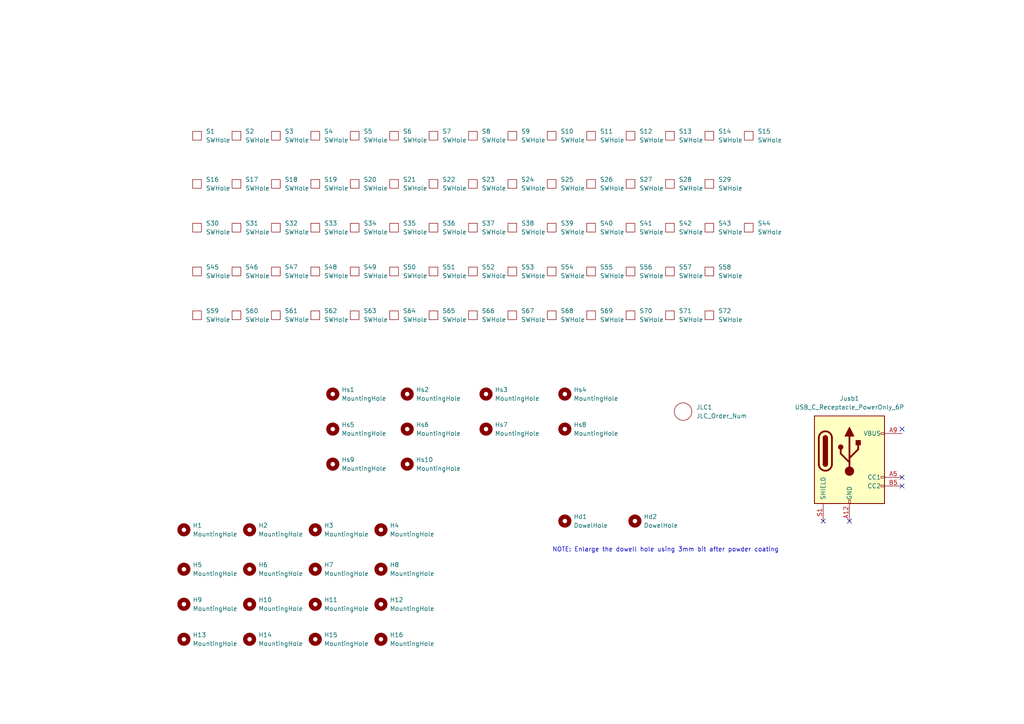
<source format=kicad_sch>
(kicad_sch (version 20250114) (generator "eeschema") (generator_version "9.0")
  (paper "A4")
  (lib_symbols
    (symbol "Connector:USB_C_Receptacle_PowerOnly_6P" (pin_names (offset 1.016))
      (property "Reference" "J" (at 0 16.51 0))
      (property "Value" "USB_C_Receptacle_PowerOnly_6P" (at 0 13.97 0))
      (symbol "USB_C_Receptacle_PowerOnly_6P_0_0"
        (rectangle (start -0.254 -12.7) (end 0.254 -11.684))
        (rectangle (start 10.16 7.874) (end 9.144 7.366))
        (rectangle (start 10.16 -4.826) (end 9.144 -5.334))
        (rectangle (start 10.16 -7.366) (end 9.144 -7.874))
      )
      (symbol "USB_C_Receptacle_PowerOnly_6P_0_1"
        (rectangle (start -10.16 12.7) (end 10.16 -12.7) (stroke (width 0.254)) (fill (type background)))
        (polyline (pts (xy -8.89 -1.27) (xy -8.89 6.35)) (stroke (width 0.508)))
        (rectangle (start -7.62 -1.27) (end -6.35 6.35) (stroke (width 0.254)) (fill (type outline)))
        (arc (start -7.62 6.35) (mid -6.985 6.9823) (end -6.35 6.35) (stroke (width 0.254)))
        (arc (start -7.62 6.35) (mid -6.985 6.9823) (end -6.35 6.35) (stroke (width 0.254)) (fill (type outline)))
        (arc (start -8.89 6.35) (mid -6.985 8.2467) (end -5.08 6.35) (stroke (width 0.508)))
        (arc (start -5.08 -1.27) (mid -6.985 -3.1667) (end -8.89 -1.27) (stroke (width 0.508)))
        (arc (start -6.35 -1.27) (mid -6.985 -1.9023) (end -7.62 -1.27) (stroke (width 0.254)))
        (arc (start -6.35 -1.27) (mid -6.985 -1.9023) (end -7.62 -1.27) (stroke (width 0.254)) (fill (type outline)))
        (polyline (pts (xy -5.08 6.35) (xy -5.08 -1.27)) (stroke (width 0.508)))
        (circle (center -2.54 3.683) (radius 0.635) (stroke (width 0.254)) (fill (type outline)))
        (polyline (pts (xy -1.27 6.858) (xy 0 9.398) (xy 1.27 6.858) (xy -1.27 6.858)) (stroke (width 0.254)) (fill (type outline)))
        (polyline (pts (xy 0 0.508) (xy 2.54 3.048) (xy 2.54 4.318)) (stroke (width 0.508)))
        (polyline (pts (xy 0 -0.762) (xy -2.54 1.778) (xy -2.54 3.048)) (stroke (width 0.508)))
        (polyline (pts (xy 0 -3.302) (xy 0 6.858)) (stroke (width 0.508)))
        (circle (center 0 -3.302) (radius 1.27) (fill (type outline)))
        (rectangle (start 1.905 4.318) (end 3.175 5.588) (stroke (width 0.254)) (fill (type outline)))
      )
      (symbol "USB_C_Receptacle_PowerOnly_6P_1_1"
        (pin passive line (at -7.62 -17.78 90) (length 5.08) (name "SHIELD") (number "S1"))
        (pin passive line (at 0 -17.78 90) (length 5.08) (name "GND") (number "A12"))
        (pin passive line (at 0 -17.78 90) (length 5.08) (hide yes) (name "GND") (number "B12"))
        (pin passive line (at 15.24 7.62 180) (length 5.08) (name "VBUS") (number "A9"))
        (pin passive line (at 15.24 7.62 180) (length 5.08) (hide yes) (name "VBUS") (number "B9"))
        (pin bidirectional line (at 15.24 -5.08 180) (length 5.08) (name "CC1") (number "A5"))
        (pin bidirectional line (at 15.24 -7.62 180) (length 5.08) (name "CC2") (number "B5"))
      )
    )
    (symbol "Mechanical:MountingHole" (pin_names (offset 1.016)) (in_bom no)
      (property "Reference" "H" (at 0 5.08 0))
      (property "Value" "MountingHole" (at 0 3.175 0))
      (symbol "MountingHole_0_1"
        (circle (center 0 0) (radius 1.27) (stroke (width 1.27)))
      )
    )
    (symbol "tmr-lib:JLC_Order_Num"
      (property "Reference" "JLC" (at 0 0 0))
      (property "Value" "JLC_Order_Num" (at 0 0 0))
      (symbol "JLC_Order_Num_0_1"
        (circle (center 0 0) (radius 2.54) (stroke (width 0.1524)))
      )
    )
    (symbol "tmr-lib:SWHole"
      (property "Reference" "S" (at 0 2.54 0))
      (property "Value" "SWHole" (at 0 -2.54 0))
      (symbol "SWHole_0_1"
        (rectangle (start -1.27 1.27) (end 1.27 -1.27) (stroke (width 0.1524)))
      )
    )
  )
  (text "NOTE: Enlarge the dowell hole using 3mm bit after powder coating" (at 193.04 159.512 0) (effects (font (size 1.27 1.27))))
  (no_connect (at 261.62 138.43))
  (no_connect (at 238.76 151.13))
  (no_connect (at 261.62 124.46))
  (no_connect (at 261.62 140.97))
  (no_connect (at 246.38 151.13))
  (symbol (lib_id "tmr-lib:SWHole") (at 125.73 53.34 0) (unit 1)
    (property "Reference" "S22" (at 128.27 52.0699 0) (effects (justify left)))
    (property "Value" "SWHole" (at 128.27 54.6099 0) (effects (justify left)))
    (property "Footprint" "tmr-lib:Switch_Cutout_powdercoat" (effects (hide yes)))
  )
  (symbol (lib_id "tmr-lib:SWHole") (at 148.59 66.04 0) (unit 1)
    (property "Reference" "S38" (at 151.13 64.7699 0) (effects (justify left)))
    (property "Value" "SWHole" (at 151.13 67.3099 0) (effects (justify left)))
    (property "Footprint" "tmr-lib:Switch_Cutout_powdercoat" (effects (hide yes)))
  )
  (symbol (lib_id "Mechanical:MountingHole") (at 110.49 165.1 0) (unit 1) (in_bom no)
    (property "Reference" "H8" (at 113.03 163.8299 0) (effects (justify left)))
    (property "Value" "MountingHole" (at 113.03 166.3699 0) (effects (justify left)))
    (property "Footprint" "tmr-lib:MountingHole_2.7mm_M2.5" (effects (hide yes)))
    (property "Description" "Mounting Hole without connection" (effects (hide yes)))
  )
  (symbol (lib_id "tmr-lib:SWHole") (at 68.58 91.44 0) (unit 1)
    (property "Reference" "S60" (at 71.12 90.1699 0) (effects (justify left)))
    (property "Value" "SWHole" (at 71.12 92.7099 0) (effects (justify left)))
    (property "Footprint" "tmr-lib:Switch_Cutout_1.25u_powdercoat" (effects (hide yes)))
  )
  (symbol (lib_id "tmr-lib:SWHole") (at 137.16 66.04 0) (unit 1)
    (property "Reference" "S37" (at 139.7 64.7699 0) (effects (justify left)))
    (property "Value" "SWHole" (at 139.7 67.3099 0) (effects (justify left)))
    (property "Footprint" "tmr-lib:Switch_Cutout_powdercoat" (effects (hide yes)))
  )
  (symbol (lib_id "Mechanical:MountingHole") (at 118.11 124.46 0) (unit 1) (in_bom no)
    (property "Reference" "Hs6" (at 120.65 123.1899 0) (effects (justify left)))
    (property "Value" "MountingHole" (at 120.65 125.7299 0) (effects (justify left)))
    (property "Footprint" "tmr-lib:MountingHole_1.7mm_M1.6_NoPad" (effects (hide yes)))
    (property "Description" "Mounting Hole without connection" (effects (hide yes)))
  )
  (symbol (lib_id "tmr-lib:SWHole") (at 205.74 78.74 0) (unit 1)
    (property "Reference" "S58" (at 208.28 77.4699 0) (effects (justify left)))
    (property "Value" "SWHole" (at 208.28 80.0099 0) (effects (justify left)))
    (property "Footprint" "tmr-lib:Switch_Cutout_powdercoat" (effects (hide yes)))
  )
  (symbol (lib_id "Mechanical:MountingHole") (at 72.39 153.67 0) (unit 1) (in_bom no)
    (property "Reference" "H2" (at 74.93 152.3999 0) (effects (justify left)))
    (property "Value" "MountingHole" (at 74.93 154.9399 0) (effects (justify left)))
    (property "Footprint" "tmr-lib:MountingHole_2.7mm_M2.5" (effects (hide yes)))
    (property "Description" "Mounting Hole without connection" (effects (hide yes)))
  )
  (symbol (lib_id "tmr-lib:SWHole") (at 102.87 53.34 0) (unit 1)
    (property "Reference" "S20" (at 105.41 52.0699 0) (effects (justify left)))
    (property "Value" "SWHole" (at 105.41 54.6099 0) (effects (justify left)))
    (property "Footprint" "tmr-lib:Switch_Cutout_powdercoat" (effects (hide yes)))
  )
  (symbol (lib_id "tmr-lib:SWHole") (at 114.3 78.74 0) (unit 1)
    (property "Reference" "S50" (at 116.84 77.4699 0) (effects (justify left)))
    (property "Value" "SWHole" (at 116.84 80.0099 0) (effects (justify left)))
    (property "Footprint" "tmr-lib:Switch_Cutout_powdercoat" (effects (hide yes)))
  )
  (symbol (lib_id "tmr-lib:SWHole") (at 114.3 91.44 0) (unit 1)
    (property "Reference" "S64" (at 116.84 90.1699 0) (effects (justify left)))
    (property "Value" "SWHole" (at 116.84 92.7099 0) (effects (justify left)))
    (property "Footprint" "tmr-lib:Switch_Cutout_2u_powdercoat" (effects (hide yes)))
  )
  (symbol (lib_id "tmr-lib:SWHole") (at 80.01 78.74 0) (unit 1)
    (property "Reference" "S47" (at 82.55 77.4699 0) (effects (justify left)))
    (property "Value" "SWHole" (at 82.55 80.0099 0) (effects (justify left)))
    (property "Footprint" "tmr-lib:Switch_Cutout_powdercoat" (effects (hide yes)))
  )
  (symbol (lib_id "tmr-lib:SWHole") (at 114.3 39.37 0) (unit 1)
    (property "Reference" "S6" (at 116.84 38.0999 0) (effects (justify left)))
    (property "Value" "SWHole" (at 116.84 40.6399 0) (effects (justify left)))
    (property "Footprint" "tmr-lib:Switch_Cutout_powdercoat" (effects (hide yes)))
  )
  (symbol (lib_id "tmr-lib:SWHole") (at 68.58 53.34 0) (unit 1)
    (property "Reference" "S17" (at 71.12 52.0699 0) (effects (justify left)))
    (property "Value" "SWHole" (at 71.12 54.6099 0) (effects (justify left)))
    (property "Footprint" "tmr-lib:Switch_Cutout_powdercoat" (effects (hide yes)))
  )
  (symbol (lib_id "Mechanical:MountingHole") (at 53.34 175.26 0) (unit 1) (in_bom no)
    (property "Reference" "H9" (at 55.88 173.9899 0) (effects (justify left)))
    (property "Value" "MountingHole" (at 55.88 176.5299 0) (effects (justify left)))
    (property "Footprint" "tmr-lib:MountingHole_2.7mm_M2.5" (effects (hide yes)))
    (property "Description" "Mounting Hole without connection" (effects (hide yes)))
  )
  (symbol (lib_id "Mechanical:MountingHole") (at 163.83 124.46 0) (unit 1) (in_bom no)
    (property "Reference" "Hs8" (at 166.37 123.1899 0) (effects (justify left)))
    (property "Value" "MountingHole" (at 166.37 125.7299 0) (effects (justify left)))
    (property "Footprint" "tmr-lib:MountingHole_1.7mm_M1.6_NoPad" (effects (hide yes)))
    (property "Description" "Mounting Hole without connection" (effects (hide yes)))
  )
  (symbol (lib_id "Mechanical:MountingHole") (at 72.39 165.1 0) (unit 1) (in_bom no)
    (property "Reference" "H6" (at 74.93 163.8299 0) (effects (justify left)))
    (property "Value" "MountingHole" (at 74.93 166.3699 0) (effects (justify left)))
    (property "Footprint" "tmr-lib:MountingHole_2.7mm_M2.5" (effects (hide yes)))
    (property "Description" "Mounting Hole without connection" (effects (hide yes)))
  )
  (symbol (lib_id "tmr-lib:SWHole") (at 194.31 78.74 0) (unit 1)
    (property "Reference" "S57" (at 196.85 77.4699 0) (effects (justify left)))
    (property "Value" "SWHole" (at 196.85 80.0099 0) (effects (justify left)))
    (property "Footprint" "tmr-lib:Switch_Cutout_1.25u_powdercoat" (effects (hide yes)))
  )
  (symbol (lib_id "tmr-lib:SWHole") (at 194.31 53.34 0) (unit 1)
    (property "Reference" "S28" (at 196.85 52.0699 0) (effects (justify left)))
    (property "Value" "SWHole" (at 196.85 54.6099 0) (effects (justify left)))
    (property "Footprint" "tmr-lib:Switch_Cutout_powdercoat" (effects (hide yes)))
  )
  (symbol (lib_id "tmr-lib:SWHole") (at 194.31 66.04 0) (unit 1)
    (property "Reference" "S42" (at 196.85 64.7699 0) (effects (justify left)))
    (property "Value" "SWHole" (at 196.85 67.3099 0) (effects (justify left)))
    (property "Footprint" "tmr-lib:Switch_Cutout_powdercoat" (effects (hide yes)))
  )
  (symbol (lib_id "tmr-lib:SWHole") (at 68.58 66.04 0) (unit 1)
    (property "Reference" "S31" (at 71.12 64.7699 0) (effects (justify left)))
    (property "Value" "SWHole" (at 71.12 67.3099 0) (effects (justify left)))
    (property "Footprint" "tmr-lib:Switch_Cutout_powdercoat" (effects (hide yes)))
  )
  (symbol (lib_id "tmr-lib:SWHole") (at 102.87 66.04 0) (unit 1)
    (property "Reference" "S34" (at 105.41 64.7699 0) (effects (justify left)))
    (property "Value" "SWHole" (at 105.41 67.3099 0) (effects (justify left)))
    (property "Footprint" "tmr-lib:Switch_Cutout_powdercoat" (effects (hide yes)))
  )
  (symbol (lib_id "tmr-lib:SWHole") (at 57.15 78.74 0) (unit 1)
    (property "Reference" "S45" (at 59.69 77.4699 0) (effects (justify left)))
    (property "Value" "SWHole" (at 59.69 80.0099 0) (effects (justify left)))
    (property "Footprint" "tmr-lib:Switch_Cutout_1.25u_powdercoat" (effects (hide yes)))
  )
  (symbol (lib_id "Mechanical:MountingHole") (at 96.52 114.3 0) (unit 1) (in_bom no)
    (property "Reference" "Hs1" (at 99.06 113.0299 0) (effects (justify left)))
    (property "Value" "MountingHole" (at 99.06 115.5699 0) (effects (justify left)))
    (property "Footprint" "MountingHole:MountingHole_2.1mm" (effects (hide yes)))
    (property "Description" "Mounting Hole without connection" (effects (hide yes)))
  )
  (symbol (lib_id "tmr-lib:SWHole") (at 57.15 39.37 0) (unit 1)
    (property "Reference" "S1" (at 59.69 38.0999 0) (effects (justify left)))
    (property "Value" "SWHole" (at 59.69 40.6399 0) (effects (justify left)))
    (property "Footprint" "tmr-lib:Switch_Cutout_powdercoat" (effects (hide yes)))
  )
  (symbol (lib_id "tmr-lib:SWHole") (at 205.74 91.44 0) (unit 1)
    (property "Reference" "S72" (at 208.28 90.1699 0) (effects (justify left)))
    (property "Value" "SWHole" (at 208.28 92.7099 0) (effects (justify left)))
    (property "Footprint" "tmr-lib:Switch_Cutout_powdercoat" (effects (hide yes)))
  )
  (symbol (lib_id "tmr-lib:SWHole") (at 125.73 39.37 0) (unit 1)
    (property "Reference" "S7" (at 128.27 38.0999 0) (effects (justify left)))
    (property "Value" "SWHole" (at 128.27 40.6399 0) (effects (justify left)))
    (property "Footprint" "tmr-lib:Switch_Cutout_powdercoat" (effects (hide yes)))
  )
  (symbol (lib_id "tmr-lib:SWHole") (at 148.59 39.37 0) (unit 1)
    (property "Reference" "S9" (at 151.13 38.0999 0) (effects (justify left)))
    (property "Value" "SWHole" (at 151.13 40.6399 0) (effects (justify left)))
    (property "Footprint" "tmr-lib:Switch_Cutout_powdercoat" (effects (hide yes)))
  )
  (symbol (lib_id "tmr-lib:SWHole") (at 68.58 78.74 0) (unit 1)
    (property "Reference" "S46" (at 71.12 77.4699 0) (effects (justify left)))
    (property "Value" "SWHole" (at 71.12 80.0099 0) (effects (justify left)))
    (property "Footprint" "tmr-lib:Switch_Cutout_1.75u_powdercoat" (effects (hide yes)))
  )
  (symbol (lib_id "tmr-lib:SWHole") (at 171.45 91.44 0) (unit 1)
    (property "Reference" "S69" (at 173.99 90.1699 0) (effects (justify left)))
    (property "Value" "SWHole" (at 173.99 92.7099 0) (effects (justify left)))
    (property "Footprint" "tmr-lib:Switch_Cutout_powdercoat" (effects (hide yes)))
  )
  (symbol (lib_id "tmr-lib:SWHole") (at 171.45 39.37 0) (unit 1)
    (property "Reference" "S11" (at 173.99 38.0999 0) (effects (justify left)))
    (property "Value" "SWHole" (at 173.99 40.6399 0) (effects (justify left)))
    (property "Footprint" "tmr-lib:Switch_Cutout_powdercoat" (effects (hide yes)))
  )
  (symbol (lib_id "tmr-lib:SWHole") (at 194.31 91.44 0) (unit 1)
    (property "Reference" "S71" (at 196.85 90.1699 0) (effects (justify left)))
    (property "Value" "SWHole" (at 196.85 92.7099 0) (effects (justify left)))
    (property "Footprint" "tmr-lib:Switch_Cutout_powdercoat" (effects (hide yes)))
  )
  (symbol (lib_id "tmr-lib:SWHole") (at 205.74 39.37 0) (unit 1)
    (property "Reference" "S14" (at 208.28 38.0999 0) (effects (justify left)))
    (property "Value" "SWHole" (at 208.28 40.6399 0) (effects (justify left)))
    (property "Footprint" "tmr-lib:Switch_Cutout_powdercoat" (effects (hide yes)))
  )
  (symbol (lib_id "tmr-lib:SWHole") (at 148.59 91.44 0) (unit 1)
    (property "Reference" "S67" (at 151.13 90.1699 0) (effects (justify left)))
    (property "Value" "SWHole" (at 151.13 92.7099 0) (effects (justify left)))
    (property "Footprint" "tmr-lib:Switch_Cutout_powdercoat" (effects (hide yes)))
  )
  (symbol (lib_id "Mechanical:MountingHole") (at 184.15 151.13 0) (unit 1) (in_bom no)
    (property "Reference" "Hd2" (at 186.69 149.8599 0) (effects (justify left)))
    (property "Value" "DowelHole" (at 186.69 152.3999 0) (effects (justify left)))
    (property "Footprint" "tmr-lib:DowelHole_3.0mm_M3_powdercoat" (effects (hide yes)))
    (property "Description" "Mounting Hole without connection" (effects (hide yes)))
  )
  (symbol (lib_id "tmr-lib:JLC_Order_Num") (at 198.12 119.38 0) (unit 1)
    (property "Reference" "JLC1" (at 201.93 118.1099 0) (effects (justify left)))
    (property "Value" "JLC_Order_Num" (at 201.93 120.6499 0) (effects (justify left)))
    (property "Footprint" "tmr-lib:JLC_Order_Num" (effects (hide yes)))
  )
  (symbol (lib_id "tmr-lib:SWHole") (at 91.44 53.34 0) (unit 1)
    (property "Reference" "S19" (at 93.98 52.0699 0) (effects (justify left)))
    (property "Value" "SWHole" (at 93.98 54.6099 0) (effects (justify left)))
    (property "Footprint" "tmr-lib:Switch_Cutout_powdercoat" (effects (hide yes)))
  )
  (symbol (lib_id "tmr-lib:SWHole") (at 102.87 39.37 0) (unit 1)
    (property "Reference" "S5" (at 105.41 38.0999 0) (effects (justify left)))
    (property "Value" "SWHole" (at 105.41 40.6399 0) (effects (justify left)))
    (property "Footprint" "tmr-lib:Switch_Cutout_powdercoat" (effects (hide yes)))
  )
  (symbol (lib_id "tmr-lib:SWHole") (at 91.44 39.37 0) (unit 1)
    (property "Reference" "S4" (at 93.98 38.0999 0) (effects (justify left)))
    (property "Value" "SWHole" (at 93.98 40.6399 0) (effects (justify left)))
    (property "Footprint" "tmr-lib:Switch_Cutout_powdercoat" (effects (hide yes)))
  )
  (symbol (lib_id "tmr-lib:SWHole") (at 137.16 91.44 0) (unit 1)
    (property "Reference" "S66" (at 139.7 90.1699 0) (effects (justify left)))
    (property "Value" "SWHole" (at 139.7 92.7099 0) (effects (justify left)))
    (property "Footprint" "tmr-lib:Switch_Cutout_2u_powdercoat" (effects (hide yes)))
  )
  (symbol (lib_id "tmr-lib:SWHole") (at 182.88 91.44 0) (unit 1)
    (property "Reference" "S70" (at 185.42 90.1699 0) (effects (justify left)))
    (property "Value" "SWHole" (at 185.42 92.7099 0) (effects (justify left)))
    (property "Footprint" "tmr-lib:Switch_Cutout_1.25u_powdercoat" (effects (hide yes)))
  )
  (symbol (lib_id "Mechanical:MountingHole") (at 110.49 185.42 0) (unit 1) (in_bom no)
    (property "Reference" "H16" (at 113.03 184.1499 0) (effects (justify left)))
    (property "Value" "MountingHole" (at 113.03 186.6899 0) (effects (justify left)))
    (property "Footprint" "tmr-lib:MountingHole_2.7mm_M2.5" (effects (hide yes)))
    (property "Description" "Mounting Hole without connection" (effects (hide yes)))
  )
  (symbol (lib_id "tmr-lib:SWHole") (at 68.58 39.37 0) (unit 1)
    (property "Reference" "S2" (at 71.12 38.0999 0) (effects (justify left)))
    (property "Value" "SWHole" (at 71.12 40.6399 0) (effects (justify left)))
    (property "Footprint" "tmr-lib:Switch_Cutout_powdercoat" (effects (hide yes)))
  )
  (symbol (lib_id "tmr-lib:SWHole") (at 125.73 78.74 0) (unit 1)
    (property "Reference" "S51" (at 128.27 77.4699 0) (effects (justify left)))
    (property "Value" "SWHole" (at 128.27 80.0099 0) (effects (justify left)))
    (property "Footprint" "tmr-lib:Switch_Cutout_powdercoat" (effects (hide yes)))
  )
  (symbol (lib_id "Mechanical:MountingHole") (at 140.97 124.46 0) (unit 1) (in_bom no)
    (property "Reference" "Hs7" (at 143.51 123.1899 0) (effects (justify left)))
    (property "Value" "MountingHole" (at 143.51 125.7299 0) (effects (justify left)))
    (property "Footprint" "tmr-lib:MountingHole_1.7mm_M1.6_NoPad" (effects (hide yes)))
    (property "Description" "Mounting Hole without connection" (effects (hide yes)))
  )
  (symbol (lib_id "tmr-lib:SWHole") (at 137.16 53.34 0) (unit 1)
    (property "Reference" "S23" (at 139.7 52.0699 0) (effects (justify left)))
    (property "Value" "SWHole" (at 139.7 54.6099 0) (effects (justify left)))
    (property "Footprint" "tmr-lib:Switch_Cutout_powdercoat" (effects (hide yes)))
  )
  (symbol (lib_id "Mechanical:MountingHole") (at 53.34 185.42 0) (unit 1) (in_bom no)
    (property "Reference" "H13" (at 55.88 184.1499 0) (effects (justify left)))
    (property "Value" "MountingHole" (at 55.88 186.6899 0) (effects (justify left)))
    (property "Footprint" "tmr-lib:MountingHole_2.7mm_M2.5" (effects (hide yes)))
    (property "Description" "Mounting Hole without connection" (effects (hide yes)))
  )
  (symbol (lib_id "Mechanical:MountingHole") (at 118.11 134.62 0) (unit 1) (in_bom no)
    (property "Reference" "Hs10" (at 120.65 133.3499 0) (effects (justify left)))
    (property "Value" "MountingHole" (at 120.65 135.8899 0) (effects (justify left)))
    (property "Footprint" "MountingHole:MountingHole_2.1mm" (effects (hide yes)))
    (property "Description" "Mounting Hole without connection" (effects (hide yes)))
  )
  (symbol (lib_id "Mechanical:MountingHole") (at 91.44 185.42 0) (unit 1) (in_bom no)
    (property "Reference" "H15" (at 93.98 184.1499 0) (effects (justify left)))
    (property "Value" "MountingHole" (at 93.98 186.6899 0) (effects (justify left)))
    (property "Footprint" "tmr-lib:MountingHole_2.7mm_M2.5" (effects (hide yes)))
    (property "Description" "Mounting Hole without connection" (effects (hide yes)))
  )
  (symbol (lib_id "tmr-lib:SWHole") (at 91.44 78.74 0) (unit 1)
    (property "Reference" "S48" (at 93.98 77.4699 0) (effects (justify left)))
    (property "Value" "SWHole" (at 93.98 80.0099 0) (effects (justify left)))
    (property "Footprint" "tmr-lib:Switch_Cutout_powdercoat" (effects (hide yes)))
  )
  (symbol (lib_id "Mechanical:MountingHole") (at 72.39 175.26 0) (unit 1) (in_bom no)
    (property "Reference" "H10" (at 74.93 173.9899 0) (effects (justify left)))
    (property "Value" "MountingHole" (at 74.93 176.5299 0) (effects (justify left)))
    (property "Footprint" "tmr-lib:MountingHole_2.7mm_M2.5" (effects (hide yes)))
    (property "Description" "Mounting Hole without connection" (effects (hide yes)))
  )
  (symbol (lib_id "Mechanical:MountingHole") (at 118.11 114.3 0) (unit 1) (in_bom no)
    (property "Reference" "Hs2" (at 120.65 113.0299 0) (effects (justify left)))
    (property "Value" "MountingHole" (at 120.65 115.5699 0) (effects (justify left)))
    (property "Footprint" "MountingHole:MountingHole_2.1mm" (effects (hide yes)))
    (property "Description" "Mounting Hole without connection" (effects (hide yes)))
  )
  (symbol (lib_id "tmr-lib:SWHole") (at 80.01 53.34 0) (unit 1)
    (property "Reference" "S18" (at 82.55 52.0699 0) (effects (justify left)))
    (property "Value" "SWHole" (at 82.55 54.6099 0) (effects (justify left)))
    (property "Footprint" "tmr-lib:Switch_Cutout_powdercoat" (effects (hide yes)))
  )
  (symbol (lib_id "tmr-lib:SWHole") (at 171.45 78.74 0) (unit 1)
    (property "Reference" "S55" (at 173.99 77.4699 0) (effects (justify left)))
    (property "Value" "SWHole" (at 173.99 80.0099 0) (effects (justify left)))
    (property "Footprint" "tmr-lib:Switch_Cutout_powdercoat" (effects (hide yes)))
  )
  (symbol (lib_id "tmr-lib:SWHole") (at 80.01 66.04 0) (unit 1)
    (property "Reference" "S32" (at 82.55 64.7699 0) (effects (justify left)))
    (property "Value" "SWHole" (at 82.55 67.3099 0) (effects (justify left)))
    (property "Footprint" "tmr-lib:Switch_Cutout_powdercoat" (effects (hide yes)))
  )
  (symbol (lib_id "tmr-lib:SWHole") (at 102.87 78.74 0) (unit 1)
    (property "Reference" "S49" (at 105.41 77.4699 0) (effects (justify left)))
    (property "Value" "SWHole" (at 105.41 80.0099 0) (effects (justify left)))
    (property "Footprint" "tmr-lib:Switch_Cutout_powdercoat" (effects (hide yes)))
  )
  (symbol (lib_id "Mechanical:MountingHole") (at 140.97 114.3 0) (unit 1) (in_bom no)
    (property "Reference" "Hs3" (at 143.51 113.0299 0) (effects (justify left)))
    (property "Value" "MountingHole" (at 143.51 115.5699 0) (effects (justify left)))
    (property "Footprint" "MountingHole:MountingHole_2.1mm" (effects (hide yes)))
    (property "Description" "Mounting Hole without connection" (effects (hide yes)))
  )
  (symbol (lib_id "tmr-lib:SWHole") (at 160.02 39.37 0) (unit 1)
    (property "Reference" "S10" (at 162.56 38.0999 0) (effects (justify left)))
    (property "Value" "SWHole" (at 162.56 40.6399 0) (effects (justify left)))
    (property "Footprint" "tmr-lib:Switch_Cutout_powdercoat" (effects (hide yes)))
  )
  (symbol (lib_id "tmr-lib:SWHole") (at 114.3 66.04 0) (unit 1)
    (property "Reference" "S35" (at 116.84 64.7699 0) (effects (justify left)))
    (property "Value" "SWHole" (at 116.84 67.3099 0) (effects (justify left)))
    (property "Footprint" "tmr-lib:Switch_Cutout_powdercoat" (effects (hide yes)))
  )
  (symbol (lib_id "tmr-lib:SWHole") (at 57.15 53.34 0) (unit 1)
    (property "Reference" "S16" (at 59.69 52.0699 0) (effects (justify left)))
    (property "Value" "SWHole" (at 59.69 54.6099 0) (effects (justify left)))
    (property "Footprint" "tmr-lib:Switch_Cutout_powdercoat" (effects (hide yes)))
  )
  (symbol (lib_id "tmr-lib:SWHole") (at 205.74 66.04 0) (unit 1)
    (property "Reference" "S43" (at 208.28 64.7699 0) (effects (justify left)))
    (property "Value" "SWHole" (at 208.28 67.3099 0) (effects (justify left)))
    (property "Footprint" "tmr-lib:Switch_Cutout_powdercoat" (effects (hide yes)))
  )
  (symbol (lib_id "tmr-lib:SWHole") (at 160.02 78.74 0) (unit 1)
    (property "Reference" "S54" (at 162.56 77.4699 0) (effects (justify left)))
    (property "Value" "SWHole" (at 162.56 80.0099 0) (effects (justify left)))
    (property "Footprint" "tmr-lib:Switch_Cutout_powdercoat" (effects (hide yes)))
  )
  (symbol (lib_id "tmr-lib:SWHole") (at 171.45 53.34 0) (unit 1)
    (property "Reference" "S26" (at 173.99 52.0699 0) (effects (justify left)))
    (property "Value" "SWHole" (at 173.99 54.6099 0) (effects (justify left)))
    (property "Footprint" "tmr-lib:Switch_Cutout_powdercoat" (effects (hide yes)))
  )
  (symbol (lib_id "Connector:USB_C_Receptacle_PowerOnly_6P") (at 246.38 133.35 0) (unit 1)
    (property "Reference" "Jusb1" (at 246.38 115.57 0))
    (property "Value" "USB_C_Receptacle_PowerOnly_6P" (at 246.38 118.11 0))
    (property "Footprint" "tmr-lib:USB_C_Receptacle_GCT_USB4125-xx-x_6P_TopMnt_Horizontal" (effects (hide yes)))
    (property "Datasheet" "https://www.usb.org/sites/default/files/documents/usb_type-c.zip" (effects (hide yes)))
    (property "Description" "USB Power-Only 6P Type-C Receptacle connector" (effects (hide yes)))
  )
  (symbol (lib_id "Mechanical:MountingHole") (at 96.52 134.62 0) (unit 1) (in_bom no)
    (property "Reference" "Hs9" (at 99.06 133.3499 0) (effects (justify left)))
    (property "Value" "MountingHole" (at 99.06 135.8899 0) (effects (justify left)))
    (property "Footprint" "tmr-lib:MountingHole_1.7mm_M1.6_NoPad" (effects (hide yes)))
    (property "Description" "Mounting Hole without connection" (effects (hide yes)))
  )
  (symbol (lib_id "tmr-lib:SWHole") (at 182.88 78.74 0) (unit 1)
    (property "Reference" "S56" (at 185.42 77.4699 0) (effects (justify left)))
    (property "Value" "SWHole" (at 185.42 80.0099 0) (effects (justify left)))
    (property "Footprint" "tmr-lib:Switch_Cutout_powdercoat" (effects (hide yes)))
  )
  (symbol (lib_id "Mechanical:MountingHole") (at 96.52 124.46 0) (unit 1) (in_bom no)
    (property "Reference" "Hs5" (at 99.06 123.1899 0) (effects (justify left)))
    (property "Value" "MountingHole" (at 99.06 125.7299 0) (effects (justify left)))
    (property "Footprint" "MountingHole:MountingHole_2.1mm" (effects (hide yes)))
    (property "Description" "Mounting Hole without connection" (effects (hide yes)))
  )
  (symbol (lib_id "Mechanical:MountingHole") (at 53.34 153.67 0) (unit 1) (in_bom no)
    (property "Reference" "H1" (at 55.88 152.3999 0) (effects (justify left)))
    (property "Value" "MountingHole" (at 55.88 154.9399 0) (effects (justify left)))
    (property "Footprint" "tmr-lib:MountingHole_2.7mm_M2.5" (effects (hide yes)))
    (property "Description" "Mounting Hole without connection" (effects (hide yes)))
  )
  (symbol (lib_id "tmr-lib:SWHole") (at 91.44 91.44 0) (unit 1)
    (property "Reference" "S62" (at 93.98 90.1699 0) (effects (justify left)))
    (property "Value" "SWHole" (at 93.98 92.7099 0) (effects (justify left)))
    (property "Footprint" "tmr-lib:Switch_Cutout_powdercoat" (effects (hide yes)))
  )
  (symbol (lib_id "tmr-lib:SWHole") (at 137.16 39.37 0) (unit 1)
    (property "Reference" "S8" (at 139.7 38.0999 0) (effects (justify left)))
    (property "Value" "SWHole" (at 139.7 40.6399 0) (effects (justify left)))
    (property "Footprint" "tmr-lib:Switch_Cutout_powdercoat" (effects (hide yes)))
  )
  (symbol (lib_id "tmr-lib:SWHole") (at 182.88 39.37 0) (unit 1)
    (property "Reference" "S12" (at 185.42 38.0999 0) (effects (justify left)))
    (property "Value" "SWHole" (at 185.42 40.6399 0) (effects (justify left)))
    (property "Footprint" "tmr-lib:Switch_Cutout_powdercoat" (effects (hide yes)))
  )
  (symbol (lib_id "tmr-lib:SWHole") (at 182.88 66.04 0) (unit 1)
    (property "Reference" "S41" (at 185.42 64.7699 0) (effects (justify left)))
    (property "Value" "SWHole" (at 185.42 67.3099 0) (effects (justify left)))
    (property "Footprint" "tmr-lib:Switch_Cutout_powdercoat" (effects (hide yes)))
  )
  (symbol (lib_id "tmr-lib:SWHole") (at 57.15 66.04 0) (unit 1)
    (property "Reference" "S30" (at 59.69 64.7699 0) (effects (justify left)))
    (property "Value" "SWHole" (at 59.69 67.3099 0) (effects (justify left)))
    (property "Footprint" "tmr-lib:Switch_Cutout_1.25u_powdercoat" (effects (hide yes)))
  )
  (symbol (lib_id "tmr-lib:SWHole") (at 137.16 78.74 0) (unit 1)
    (property "Reference" "S52" (at 139.7 77.4699 0) (effects (justify left)))
    (property "Value" "SWHole" (at 139.7 80.0099 0) (effects (justify left)))
    (property "Footprint" "tmr-lib:Switch_Cutout_powdercoat" (effects (hide yes)))
  )
  (symbol (lib_id "tmr-lib:SWHole") (at 125.73 91.44 0) (unit 1)
    (property "Reference" "S65" (at 128.27 90.1699 0) (effects (justify left)))
    (property "Value" "SWHole" (at 128.27 92.7099 0) (effects (justify left)))
    (property "Footprint" "tmr-lib:Switch_Cutout_powdercoat" (effects (hide yes)))
  )
  (symbol (lib_id "tmr-lib:SWHole") (at 148.59 78.74 0) (unit 1)
    (property "Reference" "S53" (at 151.13 77.4699 0) (effects (justify left)))
    (property "Value" "SWHole" (at 151.13 80.0099 0) (effects (justify left)))
    (property "Footprint" "tmr-lib:Switch_Cutout_powdercoat" (effects (hide yes)))
  )
  (symbol (lib_id "tmr-lib:SWHole") (at 160.02 53.34 0) (unit 1)
    (property "Reference" "S25" (at 162.56 52.0699 0) (effects (justify left)))
    (property "Value" "SWHole" (at 162.56 54.6099 0) (effects (justify left)))
    (property "Footprint" "tmr-lib:Switch_Cutout_powdercoat" (effects (hide yes)))
  )
  (symbol (lib_id "Mechanical:MountingHole") (at 91.44 165.1 0) (unit 1) (in_bom no)
    (property "Reference" "H7" (at 93.98 163.8299 0) (effects (justify left)))
    (property "Value" "MountingHole" (at 93.98 166.3699 0) (effects (justify left)))
    (property "Footprint" "tmr-lib:MountingHole_2.7mm_M2.5" (effects (hide yes)))
    (property "Description" "Mounting Hole without connection" (effects (hide yes)))
  )
  (symbol (lib_id "tmr-lib:SWHole") (at 160.02 91.44 0) (unit 1)
    (property "Reference" "S68" (at 162.56 90.1699 0) (effects (justify left)))
    (property "Value" "SWHole" (at 162.56 92.7099 0) (effects (justify left)))
    (property "Footprint" "tmr-lib:Switch_Cutout_powdercoat" (effects (hide yes)))
  )
  (symbol (lib_id "tmr-lib:SWHole") (at 148.59 53.34 0) (unit 1)
    (property "Reference" "S24" (at 151.13 52.0699 0) (effects (justify left)))
    (property "Value" "SWHole" (at 151.13 54.6099 0) (effects (justify left)))
    (property "Footprint" "tmr-lib:Switch_Cutout_powdercoat" (effects (hide yes)))
  )
  (symbol (lib_id "Mechanical:MountingHole") (at 91.44 153.67 0) (unit 1) (in_bom no)
    (property "Reference" "H3" (at 93.98 152.3999 0) (effects (justify left)))
    (property "Value" "MountingHole" (at 93.98 154.9399 0) (effects (justify left)))
    (property "Footprint" "tmr-lib:MountingHole_2.7mm_M2.5" (effects (hide yes)))
    (property "Description" "Mounting Hole without connection" (effects (hide yes)))
  )
  (symbol (lib_id "tmr-lib:SWHole") (at 217.17 39.37 0) (unit 1)
    (property "Reference" "S15" (at 219.71 38.0999 0) (effects (justify left)))
    (property "Value" "SWHole" (at 219.71 40.6399 0) (effects (justify left)))
    (property "Footprint" "tmr-lib:Switch_Cutout_powdercoat" (effects (hide yes)))
  )
  (symbol (lib_id "Mechanical:MountingHole") (at 72.39 185.42 0) (unit 1) (in_bom no)
    (property "Reference" "H14" (at 74.93 184.1499 0) (effects (justify left)))
    (property "Value" "MountingHole" (at 74.93 186.6899 0) (effects (justify left)))
    (property "Footprint" "tmr-lib:MountingHole_2.7mm_M2.5" (effects (hide yes)))
    (property "Description" "Mounting Hole without connection" (effects (hide yes)))
  )
  (symbol (lib_id "tmr-lib:SWHole") (at 217.17 66.04 0) (unit 1)
    (property "Reference" "S44" (at 219.71 64.7699 0) (effects (justify left)))
    (property "Value" "SWHole" (at 219.71 67.3099 0) (effects (justify left)))
    (property "Footprint" "tmr-lib:Switch_Cutout_powdercoat" (effects (hide yes)))
  )
  (symbol (lib_id "tmr-lib:SWHole") (at 80.01 39.37 0) (unit 1)
    (property "Reference" "S3" (at 82.55 38.0999 0) (effects (justify left)))
    (property "Value" "SWHole" (at 82.55 40.6399 0) (effects (justify left)))
    (property "Footprint" "tmr-lib:Switch_Cutout_powdercoat" (effects (hide yes)))
  )
  (symbol (lib_id "tmr-lib:SWHole") (at 80.01 91.44 0) (unit 1)
    (property "Reference" "S61" (at 82.55 90.1699 0) (effects (justify left)))
    (property "Value" "SWHole" (at 82.55 92.7099 0) (effects (justify left)))
    (property "Footprint" "tmr-lib:Switch_Cutout_powdercoat" (effects (hide yes)))
  )
  (symbol (lib_id "tmr-lib:SWHole") (at 160.02 66.04 0) (unit 1)
    (property "Reference" "S39" (at 162.56 64.7699 0) (effects (justify left)))
    (property "Value" "SWHole" (at 162.56 67.3099 0) (effects (justify left)))
    (property "Footprint" "tmr-lib:Switch_Cutout_powdercoat" (effects (hide yes)))
  )
  (symbol (lib_id "tmr-lib:SWHole") (at 125.73 66.04 0) (unit 1)
    (property "Reference" "S36" (at 128.27 64.7699 0) (effects (justify left)))
    (property "Value" "SWHole" (at 128.27 67.3099 0) (effects (justify left)))
    (property "Footprint" "tmr-lib:Switch_Cutout_powdercoat" (effects (hide yes)))
  )
  (symbol (lib_id "Mechanical:MountingHole") (at 110.49 175.26 0) (unit 1) (in_bom no)
    (property "Reference" "H12" (at 113.03 173.9899 0) (effects (justify left)))
    (property "Value" "MountingHole" (at 113.03 176.5299 0) (effects (justify left)))
    (property "Footprint" "tmr-lib:MountingHole_2.7mm_M2.5" (effects (hide yes)))
    (property "Description" "Mounting Hole without connection" (effects (hide yes)))
  )
  (symbol (lib_id "Mechanical:MountingHole") (at 163.83 151.13 0) (unit 1) (in_bom no)
    (property "Reference" "Hd1" (at 166.37 149.8599 0) (effects (justify left)))
    (property "Value" "DowelHole" (at 166.37 152.3999 0) (effects (justify left)))
    (property "Footprint" "tmr-lib:DowelHole_3.0mm_M3_powdercoat" (effects (hide yes)))
    (property "Description" "Mounting Hole without connection" (effects (hide yes)))
  )
  (symbol (lib_id "Mechanical:MountingHole") (at 91.44 175.26 0) (unit 1) (in_bom no)
    (property "Reference" "H11" (at 93.98 173.9899 0) (effects (justify left)))
    (property "Value" "MountingHole" (at 93.98 176.5299 0) (effects (justify left)))
    (property "Footprint" "tmr-lib:MountingHole_2.7mm_M2.5" (effects (hide yes)))
    (property "Description" "Mounting Hole without connection" (effects (hide yes)))
  )
  (symbol (lib_id "tmr-lib:SWHole") (at 194.31 39.37 0) (unit 1)
    (property "Reference" "S13" (at 196.85 38.0999 0) (effects (justify left)))
    (property "Value" "SWHole" (at 196.85 40.6399 0) (effects (justify left)))
    (property "Footprint" "tmr-lib:Switch_Cutout_powdercoat" (effects (hide yes)))
  )
  (symbol (lib_id "tmr-lib:SWHole") (at 171.45 66.04 0) (unit 1)
    (property "Reference" "S40" (at 173.99 64.7699 0) (effects (justify left)))
    (property "Value" "SWHole" (at 173.99 67.3099 0) (effects (justify left)))
    (property "Footprint" "tmr-lib:Switch_Cutout_powdercoat" (effects (hide yes)))
  )
  (symbol (lib_id "tmr-lib:SWHole") (at 205.74 53.34 0) (unit 1)
    (property "Reference" "S29" (at 208.28 52.0699 0) (effects (justify left)))
    (property "Value" "SWHole" (at 208.28 54.6099 0) (effects (justify left)))
    (property "Footprint" "tmr-lib:Switch_Cutout_powdercoat" (effects (hide yes)))
  )
  (symbol (lib_id "Mechanical:MountingHole") (at 163.83 114.3 0) (unit 1) (in_bom no)
    (property "Reference" "Hs4" (at 166.37 113.0299 0) (effects (justify left)))
    (property "Value" "MountingHole" (at 166.37 115.5699 0) (effects (justify left)))
    (property "Footprint" "MountingHole:MountingHole_2.1mm" (effects (hide yes)))
    (property "Description" "Mounting Hole without connection" (effects (hide yes)))
  )
  (symbol (lib_id "tmr-lib:SWHole") (at 57.15 91.44 0) (unit 1)
    (property "Reference" "S59" (at 59.69 90.1699 0) (effects (justify left)))
    (property "Value" "SWHole" (at 59.69 92.7099 0) (effects (justify left)))
    (property "Footprint" "tmr-lib:Switch_Cutout_1.25u_powdercoat" (effects (hide yes)))
  )
  (symbol (lib_id "Mechanical:MountingHole") (at 53.34 165.1 0) (unit 1) (in_bom no)
    (property "Reference" "H5" (at 55.88 163.8299 0) (effects (justify left)))
    (property "Value" "MountingHole" (at 55.88 166.3699 0) (effects (justify left)))
    (property "Footprint" "tmr-lib:MountingHole_2.7mm_M2.5" (effects (hide yes)))
    (property "Description" "Mounting Hole without connection" (effects (hide yes)))
  )
  (symbol (lib_id "Mechanical:MountingHole") (at 110.49 153.67 0) (unit 1) (in_bom no)
    (property "Reference" "H4" (at 113.03 152.3999 0) (effects (justify left)))
    (property "Value" "MountingHole" (at 113.03 154.9399 0) (effects (justify left)))
    (property "Footprint" "tmr-lib:MountingHole_2.7mm_M2.5" (effects (hide yes)))
    (property "Description" "Mounting Hole without connection" (effects (hide yes)))
  )
  (symbol (lib_id "tmr-lib:SWHole") (at 102.87 91.44 0) (unit 1)
    (property "Reference" "S63" (at 105.41 90.1699 0) (effects (justify left)))
    (property "Value" "SWHole" (at 105.41 92.7099 0) (effects (justify left)))
    (property "Footprint" "tmr-lib:Switch_Cutout_powdercoat" (effects (hide yes)))
  )
  (symbol (lib_id "tmr-lib:SWHole") (at 182.88 53.34 0) (unit 1)
    (property "Reference" "S27" (at 185.42 52.0699 0) (effects (justify left)))
    (property "Value" "SWHole" (at 185.42 54.6099 0) (effects (justify left)))
    (property "Footprint" "tmr-lib:Switch_Cutout_powdercoat" (effects (hide yes)))
  )
  (symbol (lib_id "tmr-lib:SWHole") (at 91.44 66.04 0) (unit 1)
    (property "Reference" "S33" (at 93.98 64.7699 0) (effects (justify left)))
    (property "Value" "SWHole" (at 93.98 67.3099 0) (effects (justify left)))
    (property "Footprint" "tmr-lib:Switch_Cutout_powdercoat" (effects (hide yes)))
  )
  (symbol (lib_id "tmr-lib:SWHole") (at 114.3 53.34 0) (unit 1)
    (property "Reference" "S21" (at 116.84 52.0699 0) (effects (justify left)))
    (property "Value" "SWHole" (at 116.84 54.6099 0) (effects (justify left)))
    (property "Footprint" "tmr-lib:Switch_Cutout_powdercoat" (effects (hide yes)))
  )
)
</source>
